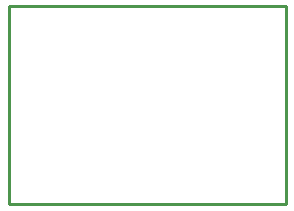
<source format=gbr>
G04 EAGLE Gerber RS-274X export*
G75*
%MOMM*%
%FSLAX34Y34*%
%LPD*%
%IN*%
%IPPOS*%
%AMOC8*
5,1,8,0,0,1.08239X$1,22.5*%
G01*
%ADD10C,0.254000*%


D10*
X2032Y5588D02*
X236601Y5588D01*
X236601Y173228D01*
X2032Y173228D01*
X2032Y5588D01*
M02*

</source>
